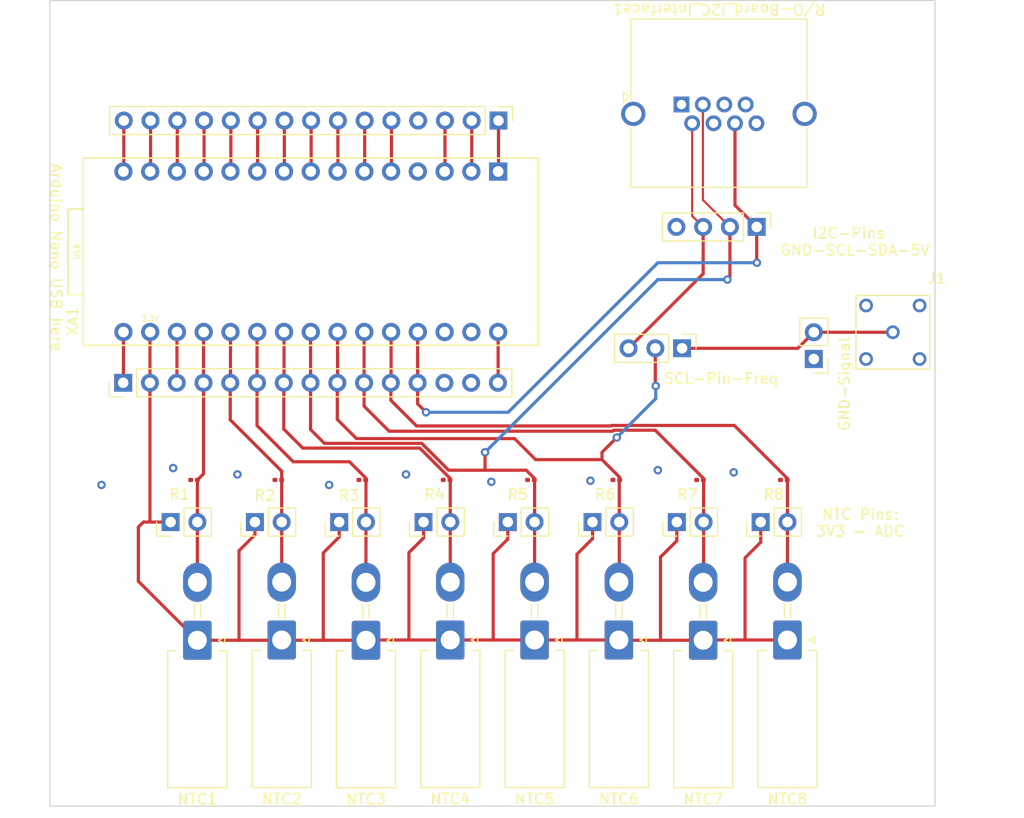
<source format=kicad_pcb>
(kicad_pcb (version 20211014) (generator pcbnew)
  (layers (0 "F.Cu" signal) (31 "B.Cu" signal) (34 "B.Paste" user) (35 "F.Paste" user) (36 "B.SilkS" user "B.Silkscreen") (37 "F.SilkS" user "F.Silkscreen") (38 "B.Mask" user) (39 "F.Mask" user) (44 "Edge.Cuts" user))
  (net 0 "")
  (net 1 "D13")
  (net 2 "3V3_Ard")
  (net 3 "AREF")
  (net 4 "A0")
  (net 5 "A1")
  (net 6 "A2")
  (net 7 "A3")
  (net 8 "A5")
  (net 9 "A6")
  (net 10 "A7")
  (net 11 "5V_Ard")
  (net 12 "GND")
  (net 13 "Vin_Ard")
  (net 14 "TX1")
  (net 15 "RX0")
  (net 16 "RST1")
  (net 17 "D2")
  (net 18 "D3")
  (net 19 "D4")
  (net 20 "D5")
  (net 21 "D6")
  (net 22 "D7")
  (net 23 "D8")
  (net 24 "D9")
  (net 25 "D10")
  (net 26 "D11")
  (net 27 "D12")
  (net 28 "SCL")
  (net 29 "A4")
  (net 30 "Freq")
  (footprint "Connector_RJ:RJ45_Amphenol_RJHSE5380" (layer "F.Cu") (at 149.94 50.875)
    (fp_text reference "R/O-Board_I2C_Interface1" (at 3.56 -9.025 180 unlocked) (layer "F.SilkS"))
    (fp_text value "RJ45")
    (pad "" np_thru_hole circle (at -2.79 -2.54) (size 3.25 3.25) (drill 3.25) (layers *.Cu *.Mask))
    (pad "" np_thru_hole circle (at 9.91 -2.54) (size 3.25 3.25) (drill 3.25) (layers *.Cu *.Mask))
    (pad "1" thru_hole rect (at 0 0) (size 1.5 1.5) (drill 0.89) (layers *.Cu *.Mask) (net 12 "GND"))
    (pad "2" thru_hole circle (at 1.016 1.78) (size 1.5 1.5) (drill 0.89) (layers *.Cu *.Mask) (net 28 "SCL"))
    (pad "3" thru_hole circle (at 2.032 0) (size 1.5 1.5) (drill 0.89) (layers *.Cu *.Mask) (net 29 "A4"))
    (pad "4" thru_hole circle (at 3.048 1.78) (size 1.5 1.5) (drill 0.89) (layers *.Cu *.Mask))
    (pad "5" thru_hole circle (at 4.064 0) (size 1.5 1.5) (drill 0.89) (layers *.Cu *.Mask))
    (pad "6" thru_hole circle (at 5.08 1.78) (size 1.5 1.5) (drill 0.89) (layers *.Cu *.Mask) (net 11 "5V_Ard"))
    (pad "7" thru_hole circle (at 6.096 0) (size 1.5 1.5) (drill 0.89) (layers *.Cu *.Mask))
    (pad "8" thru_hole circle (at 7.112 1.78) (size 1.5 1.5) (drill 0.89) (layers *.Cu *.Mask))
    (pad "SH" thru_hole circle (at 11.69 0.89) (size 2.3 2.3) (drill 1.57) (layers *.Cu *.Mask))
    (pad "SH" thru_hole circle (at -4.57 0.89) (size 2.3 2.3) (drill 1.57) (layers *.Cu *.Mask))
  )
  (footprint "MountingHole:MountingHole_4.3mm_M4" (layer "F.Cu") (at 95 112.5)
    (fp_text reference "REF**" hide)
    (fp_text value "MountingHole_4.3mm_M4")
    (pad "" np_thru_hole circle (at 0 0) (size 4.3 4.3) (drill 4.3) (layers *.Cu *.Mask))
  )
  (footprint "Resistor_SMD:R_0201_0603Metric" (layer "F.Cu") (at 127.655 86.525 180)
    (fp_text reference "R4" (at 1.155 -1.375) (layer "F.SilkS"))
    (fp_text value "10k")
    (pad "1" smd roundrect (at -0.32 0 180) (size 0.46 0.4) (layers "F.Cu" "F.Mask") (net 7 "A3"))
    (pad "2" smd roundrect (at 0.32 0 180) (size 0.46 0.4) (layers "F.Cu" "F.Mask") (net 12 "GND"))
  )
  (footprint "Connector_PinHeader_2.54mm:PinHeader_1x02_P2.54mm_Vertical" (layer "F.Cu") (at 149.5 90.525 90)
    (fp_text reference "NTC6-Pin1" hide)
    (fp_text value "Pin-Header 01x02")
    (pad "1" thru_hole rect (at 0 0 90) (size 1.7 1.7) (drill 1) (layers *.Cu *.Mask) (net 2 "3V3_Ard"))
    (pad "2" thru_hole oval (at 0 2.54 90) (size 1.7 1.7) (drill 1) (layers *.Cu *.Mask) (net 9 "A6"))
  )
  (footprint "Connector_PinHeader_2.54mm:PinHeader_1x03_P2.54mm_Vertical" (layer "F.Cu") (at 150 74.025 -90)
    (fp_text reference "SCL-Pin-Freq" (at 2.875 -3.7 180) (layer "F.SilkS"))
    (fp_text value "Conn_01x03_Male")
    (pad "1" thru_hole rect (at 0 0 270) (size 1.7 1.7) (drill 1) (layers *.Cu *.Mask) (net 30 "Freq"))
    (pad "2" thru_hole oval (at 0 2.54 270) (size 1.7 1.7) (drill 1) (layers *.Cu *.Mask) (net 8 "A5"))
    (pad "3" thru_hole oval (at 0 5.08 270) (size 1.7 1.7) (drill 1) (layers *.Cu *.Mask) (net 28 "SCL"))
  )
  (footprint "Resistor_SMD:R_0201_0603Metric" (layer "F.Cu") (at 119.655 86.525 180)
    (fp_text reference "R3" (at 1.255 -1.475) (layer "F.SilkS"))
    (fp_text value "10k")
    (pad "1" smd roundrect (at -0.32 0 180) (size 0.46 0.4) (layers "F.Cu" "F.Mask") (net 6 "A2"))
    (pad "2" smd roundrect (at 0.32 0 180) (size 0.46 0.4) (layers "F.Cu" "F.Mask") (net 12 "GND"))
  )
  (footprint "Connector_PinHeader_2.54mm:PinHeader_1x04_P2.54mm_Vertical" (layer "F.Cu") (at 157.08 62.5 -90)
    (fp_text reference "I2C-Pins" (at 0.6 -8.72 180) (layer "F.SilkS"))
    (fp_text value "Conn_01x04_Male")
    (pad "1" thru_hole rect (at 0 0 270) (size 1.7 1.7) (drill 1) (layers *.Cu *.Mask) (net 11 "5V_Ard"))
    (pad "2" thru_hole oval (at 0 2.54 270) (size 1.7 1.7) (drill 1) (layers *.Cu *.Mask) (net 29 "A4"))
    (pad "3" thru_hole oval (at 0 5.08 270) (size 1.7 1.7) (drill 1) (layers *.Cu *.Mask) (net 28 "SCL"))
    (pad "4" thru_hole oval (at 0 7.62 270) (size 1.7 1.7) (drill 1) (layers *.Cu *.Mask) (net 12 "GND"))
  )
  (footprint "Connector_PinHeader_2.54mm:PinHeader_1x02_P2.54mm_Vertical" (layer "F.Cu") (at 162.5 75.04 180)
    (fp_text reference "GND-Signal" (at -2.9 -2.36 270) (layer "F.SilkS"))
    (fp_text value "Conn_01x02")
    (pad "1" thru_hole rect (at 0 0 180) (size 1.7 1.7) (drill 1) (layers *.Cu *.Mask) (net 12 "GND"))
    (pad "2" thru_hole oval (at 0 2.54 180) (size 1.7 1.7) (drill 1) (layers *.Cu *.Mask) (net 30 "Freq"))
  )
  (footprint "Connector_PinHeader_2.54mm:PinHeader_1x15_P2.54mm_Vertical" (layer "F.Cu") (at 132.575 52.4 -90)
    (fp_text reference "Topside Pins Arduino" hide)
    (fp_text value "Conn_01x15_Male")
    (pad "1" thru_hole rect (at 0 0 270) (size 1.7 1.7) (drill 1) (layers *.Cu *.Mask) (net 15 "RX0"))
    (pad "2" thru_hole oval (at 0 2.54 270) (size 1.7 1.7) (drill 1) (layers *.Cu *.Mask) (net 14 "TX1"))
    (pad "3" thru_hole oval (at 0 5.08 270) (size 1.7 1.7) (drill 1) (layers *.Cu *.Mask) (net 16 "RST1"))
    (pad "4" thru_hole oval (at 0 7.62 270) (size 1.7 1.7) (drill 1) (layers *.Cu *.Mask) (net 12 "GND"))
    (pad "5" thru_hole oval (at 0 10.16 270) (size 1.7 1.7) (drill 1) (layers *.Cu *.Mask) (net 17 "D2"))
    (pad "6" thru_hole oval (at 0 12.7 270) (size 1.7 1.7) (drill 1) (layers *.Cu *.Mask) (net 18 "D3"))
    (pad "7" thru_hole oval (at 0 15.24 270) (size 1.7 1.7) (drill 1) (layers *.Cu *.Mask) (net 19 "D4"))
    (pad "8" thru_hole oval (at 0 17.78 270) (size 1.7 1.7) (drill 1) (layers *.Cu *.Mask) (net 20 "D5"))
    (pad "9" thru_hole oval (at 0 20.32 270) (size 1.7 1.7) (drill 1) (layers *.Cu *.Mask) (net 21 "D6"))
    (pad "10" thru_hole oval (at 0 22.86 270) (size 1.7 1.7) (drill 1) (layers *.Cu *.Mask) (net 22 "D7"))
    (pad "11" thru_hole oval (at 0 25.4 270) (size 1.7 1.7) (drill 1) (layers *.Cu *.Mask) (net 23 "D8"))
    (pad "12" thru_hole oval (at 0 27.94 270) (size 1.7 1.7) (drill 1) (layers *.Cu *.Mask) (net 24 "D9"))
    (pad "13" thru_hole oval (at 0 30.48 270) (size 1.7 1.7) (drill 1) (layers *.Cu *.Mask) (net 25 "D10"))
    (pad "14" thru_hole oval (at 0 33.02 270) (size 1.7 1.7) (drill 1) (layers *.Cu *.Mask) (net 26 "D11"))
    (pad "15" thru_hole oval (at 0 35.56 270) (size 1.7 1.7) (drill 1) (layers *.Cu *.Mask) (net 27 "D12"))
  )
  (footprint "Resistor_SMD:R_0201_0603Metric" (layer "F.Cu") (at 151.7 86.525 180)
    (fp_text reference "R7" (at 1.2 -1.375) (layer "F.SilkS"))
    (fp_text value "10k")
    (pad "1" smd roundrect (at -0.32 0 180) (size 0.46 0.4) (layers "F.Cu" "F.Mask") (net 9 "A6"))
    (pad "2" smd roundrect (at 0.32 0 180) (size 0.46 0.4) (layers "F.Cu" "F.Mask") (net 12 "GND"))
  )
  (footprint "Resistor_SMD:R_0201_0603Metric" (layer "F.Cu") (at 103.68 86.525 180)
    (fp_text reference "R1" (at 1.38 -1.375) (layer "F.SilkS"))
    (fp_text value "10k")
    (pad "1" smd roundrect (at -0.32 0 180) (size 0.46 0.4) (layers "F.Cu" "F.Mask") (net 4 "A0"))
    (pad "2" smd roundrect (at 0.32 0 180) (size 0.46 0.4) (layers "F.Cu" "F.Mask") (net 12 "GND"))
  )
  (footprint "Connector_Molex:Molex_Mini-Fit_Jr_5569-02A2_2x01_P4.20mm_Horizontal" (layer "F.Cu") (at 144 101.725 180)
    (fp_text reference "NTC6" (at 0 -15.1) (layer "F.SilkS"))
    (fp_text value "Molex01x02")
    (pad "" np_thru_hole circle (at 0 -7.3 180) (size 3 3) (drill 3) (layers *.Cu *.Mask))
    (pad "1" thru_hole roundrect (at 0 0 180) (size 2.7 3.7) (drill 1.8) (layers *.Cu *.Mask) (roundrect_rratio 0.092593) (net 2 "3V3_Ard"))
    (pad "2" thru_hole oval (at 0 5.5 180) (size 2.7 3.7) (drill 1.8) (layers *.Cu *.Mask) (net 8 "A5"))
  )
  (footprint "Resistor_SMD:R_0201_0603Metric" (layer "F.Cu") (at 135.655 86.525 180)
    (fp_text reference "R5" (at 1.255 -1.375) (layer "F.SilkS"))
    (fp_text value "10k")
    (pad "1" smd roundrect (at -0.32 0 180) (size 0.46 0.4) (layers "F.Cu" "F.Mask") (net 29 "A4"))
    (pad "2" smd roundrect (at 0.32 0 180) (size 0.46 0.4) (layers "F.Cu" "F.Mask") (net 12 "GND"))
  )
  (footprint "OwnFootprints:EPL.00.250.NTN" (layer "F.Cu") (at 170 72.5)
    (fp_text reference "J1" (at 4.180225 -5.141435) (layer "F.SilkS") (effects (font (size 1.001252 1.001252))))
    (fp_text value "LEMO2")
    (pad "1" thru_hole circle locked (at 0 0) (size 1.3 1.3) (drill 0.8) (layers *.Cu *.Mask) (net 30 "Freq"))
    (pad "S1" thru_hole circle locked (at -2.54 -2.54) (size 1.3 1.3) (drill 0.8) (layers *.Cu *.Mask) (net 12 "GND"))
    (pad "S2" thru_hole circle locked (at -2.54 2.54) (size 1.3 1.3) (drill 0.8) (layers *.Cu *.Mask) (net 12 "GND"))
    (pad "S3" thru_hole circle locked (at 2.54 2.54) (size 1.3 1.3) (drill 0.8) (layers *.Cu *.Mask) (net 12 "GND"))
    (pad "S4" thru_hole circle locked (at 2.54 -2.54) (size 1.3 1.3) (drill 0.8) (layers *.Cu *.Mask) (net 12 "GND"))
  )
  (footprint "Connector_PinHeader_2.54mm:PinHeader_1x02_P2.54mm_Vertical" (layer "F.Cu") (at 157.46 90.525 90)
    (fp_text reference "NTC7-Pin1" hide)
    (fp_text value "Pin-Header 01x02")
    (pad "1" thru_hole rect (at 0 0 90) (size 1.7 1.7) (drill 1) (layers *.Cu *.Mask) (net 2 "3V3_Ard"))
    (pad "2" thru_hole oval (at 0 2.54 90) (size 1.7 1.7) (drill 1) (layers *.Cu *.Mask) (net 10 "A7"))
  )
  (footprint "Shields:Arduino_Nano_Socket" (layer "F.Cu") (at 93.172 64.856 -90)
    (fp_text reference "XA1" (at 6.604 1.016 90) (layer "F.SilkS"))
    (fp_text value "Arduino_Nano_Socket")
    (fp_text user "3.3V" (at 6.35 -6.35) (layer "F.SilkS") (effects (font (size 0.5 0.5) (thickness 0.075))))
    (fp_text user "USB" (at 0 0.635 90) (layer "F.SilkS") (effects (font (size 0.5 0.5) (thickness 0.075))))
    (pad "" np_thru_hole circle locked (at -7.62 -1.27 270) (size 1.85 1.85) (drill 1.85) (layers *.Cu *.Mask))
    (pad "" np_thru_hole circle locked (at -7.62 -41.91 270) (size 1.85 1.85) (drill 1.85) (layers *.Cu *.Mask))
    (pad "" np_thru_hole circle locked (at 7.62 -41.91 270) (size 1.85 1.85) (drill 1.85) (layers *.Cu *.Mask))
    (pad "" np_thru_hole circle locked (at 7.62 -1.27 270) (size 1.85 1.85) (drill 1.85) (layers *.Cu *.Mask))
    (pad "3V3" thru_hole circle locked (at 7.62 -6.35 270) (size 1.7272 1.7272) (drill 1.016) (layers *.Cu *.Mask) (net 2 "3V3_Ard"))
    (pad "5V" thru_hole circle locked (at 7.62 -31.75 270) (size 1.7272 1.7272) (drill 1.016) (layers *.Cu *.Mask) (net 11 "5V_Ard"))
    (pad "A0" thru_hole circle locked (at 7.62 -11.43 270) (size 1.7272 1.7272) (drill 1.016) (layers *.Cu *.Mask) (net 4 "A0"))
    (pad "A1" thru_hole circle locked (at 7.62 -13.97 270) (size 1.7272 1.7272) (drill 1.016) (layers *.Cu *.Mask) (net 5 "A1"))
    (pad "A2" thru_hole circle locked (at 7.62 -16.51 270) (size 1.7272 1.7272) (drill 1.016) (layers *.Cu *.Mask) (net 6 "A2"))
    (pad "A3" thru_hole circle locked (at 7.62 -19.05 270) (size 1.7272 1.7272) (drill 1.016) (layers *.Cu *.Mask) (net 7 "A3"))
    (pad "A4" thru_hole circle locked (at 7.62 -21.59 270) (size 1.7272 1.7272) (drill 1.016) (layers *.Cu *.Mask) (net 29 "A4"))
    (pad "A5" thru_hole circle locked (at 7.62 -24.13 270) (size 1.7272 1.7272) (drill 1.016) (layers *.Cu *.Mask) (net 8 "A5"))
    (pad "A6" thru_hole circle locked (at 7.62 -26.67 270) (size 1.7272 1.7272) (drill 1.016) (layers *.Cu *.Mask) (net 9 "A6"))
    (pad "A7" thru_hole circle locked (at 7.62 -29.21 270) (size 1.7272 1.7272) (drill 1.016) (layers *.Cu *.Mask) (net 10 "A7"))
    (pad "AREF" thru_hole circle locked (at 7.62 -8.89 270) (size 1.7272 1.7272) (drill 1.016) (layers *.Cu *.Mask) (net 3 "AREF"))
    (pad "D0" thru_hole circle locked (at -7.62 -36.83 270) (size 1.7272 1.7272) (drill 1.016) (layers *.Cu *.Mask) (net 14 "TX1"))
    (pad "D1" thru_hole rect locked (at -7.62 -39.37 270) (size 1.7272 1.7272) (drill 1.016) (layers *.Cu *.Mask) (net 15 "RX0"))
    (pad "D2" thru_hole circle locked (at -7.62 -29.21 270) (size 1.7272 1.7272) (drill 1.016) (layers *.Cu *.Mask) (net 17 "D2"))
    (pad "D3" thru_hole circle locked (at -7.62 -26.67 270) (size 1.7272 1.7272) (drill 1.016) (layers *.Cu *.Mask) (net 18 "D3"))
    (pad "D4" thru_hole circle locked (at -7.62 -24.13 270) (size 1.7272 1.7272) (drill 1.016) (layers *.Cu *.Mask) (net 19 "D4"))
    (pad "D5" thru_hole circle locked (at -7.62 -21.59 270) (size 1.7272 1.7272) (drill 1.016) (layers *.Cu *.Mask) (net 20 "D5"))
    (pad "D6" thru_hole circle locked (at -7.62 -19.05 270) (size 1.7272 1.7272) (drill 1.016) (layers *.Cu *.Mask) (net 21 "D6"))
    (pad "D7" thru_hole circle locked (at -7.62 -16.51 270) (size 1.7272 1.7272) (drill 1.016) (layers *.Cu *.Mask) (net 22 "D7"))
    (pad "D8" thru_hole circle locked (at -7.62 -13.97 270) (size 1.7272 1.7272) (drill 1.016) (layers *.Cu *.Mask) (net 23 "D8"))
    (pad "D9" thru_hole circle locked (at -7.62 -11.43 270) (size 1.7272 1.7272) (drill 1.016) (layers *.Cu *.Mask) (net 24 "D9"))
    (pad "D10" thru_hole circle locked (at -7.62 -8.89 270) (size 1.7272 1.7272) (drill 1.016) (layers *.Cu *.Mask) (net 25 "D10"))
    (pad "D11" thru_hole circle locked (at -7.62 -6.35 270) (size 1.7272 1.7272) (drill 1.016) (layers *.Cu *.Mask) (net 26 "D11"))
    (pad "D12" thru_hole circle locked (at -7.62 -3.81 270) (size 1.7272 1.7272) (drill 1.016) (layers *.Cu *.Mask) (net 27 "D12"))
    (pad "D13" thru_hole circle locked (at 7.62 -3.81 270) (size 1.7272 1.7272) (drill 1.016) (layers *.Cu *.Mask) (net 1 "D13"))
    (pad "GND1" thru_hole circle locked (at -7.62 -31.75 270) (size 1.7272 1.7272) (drill 1.016) (layers *.Cu *.Mask) (net 12 "GND"))
    (pad "GND2" thru_hole circle locked (at 7.62 -36.83 270) (size 1.7272 1.7272) (drill 1.016) (layers *.Cu *.Mask) (net 12 "GND"))
    (pad "RST1" thru_hole circle locked (at -7.62 -34.29 270) (size 1.7272 1.7272) (drill 1.016) (layers *.Cu *.Mask) (net 16 "RST1"))
    (pad "RST2" thru_hole circle locked (at 7.62 -34.29 270) (size 1.7272 1.7272) (drill 1.016) (layers *.Cu *.Mask))
    (pad "VIN" thru_hole circle locked (at 7.62 -39.37 270) (size 1.7272 1.7272) (drill 1.016) (layers *.Cu *.Mask) (net 13 "Vin_Ard"))
  )
  (footprint "Connector_Molex:Molex_Mini-Fit_Jr_5569-02A2_2x01_P4.20mm_Horizontal" (layer "F.Cu") (at 104 101.75 180)
    (fp_text reference "NTC1" (at 0 -15.1) (layer "F.SilkS"))
    (fp_text value "Molex01x02")
    (pad "" np_thru_hole circle (at 0 -7.3 180) (size 3 3) (drill 3) (layers *.Cu *.Mask))
    (pad "1" thru_hole roundrect (at 0 0 180) (size 2.7 3.7) (drill 1.8) (layers *.Cu *.Mask) (roundrect_rratio 0.092593) (net 2 "3V3_Ard"))
    (pad "2" thru_hole oval (at 0 5.5 180) (size 2.7 3.7) (drill 1.8) (layers *.Cu *.Mask) (net 4 "A0"))
  )
  (footprint "MountingHole:MountingHole_4.3mm_M4" (layer "F.Cu") (at 94.75 45.75)
    (fp_text reference "REF**" hide)
    (fp_text value "MountingHole_4.3mm_M4")
    (pad "" np_thru_hole circle (at 0 0) (size 4.3 4.3) (drill 4.3) (layers *.Cu *.Mask))
  )
  (footprint "Connector_PinHeader_2.54mm:PinHeader_1x02_P2.54mm_Vertical" (layer "F.Cu") (at 125.46 90.525 90)
    (fp_text reference "NTC3-Pin1" hide)
    (fp_text value "Pin-Header 01x02")
    (pad "1" thru_hole rect (at 0 0 90) (size 1.7 1.7) (drill 1) (layers *.Cu *.Mask) (net 2 "3V3_Ard"))
    (pad "2" thru_hole oval (at 0 2.54 90) (size 1.7 1.7) (drill 1) (layers *.Cu *.Mask) (net 7 "A3"))
  )
  (footprint "Connector_Molex:Molex_Mini-Fit_Jr_5569-02A2_2x01_P4.20mm_Horizontal" (layer "F.Cu") (at 152 101.75 180)
    (fp_text reference "NTC7" (at 0 -15.1) (layer "F.SilkS"))
    (fp_text value "Molex01x02")
    (pad "" np_thru_hole circle (at 0 -7.3 180) (size 3 3) (drill 3) (layers *.Cu *.Mask))
    (pad "1" thru_hole roundrect (at 0 0 180) (size 2.7 3.7) (drill 1.8) (layers *.Cu *.Mask) (roundrect_rratio 0.092593) (net 2 "3V3_Ard"))
    (pad "2" thru_hole oval (at 0 5.5 180) (size 2.7 3.7) (drill 1.8) (layers *.Cu *.Mask) (net 9 "A6"))
  )
  (footprint "MountingHole:MountingHole_4.3mm_M4" (layer "F.Cu") (at 169.25 45.75)
    (fp_text reference "REF**" hide)
    (fp_text value "MountingHole_4.3mm_M4")
    (pad "" np_thru_hole circle (at 0 0) (size 4.3 4.3) (drill 4.3) (layers *.Cu *.Mask))
  )
  (footprint "MountingHole:MountingHole_4.3mm_M4" (layer "F.Cu") (at 169 112.5)
    (fp_text reference "REF**" hide)
    (fp_text value "MountingHole_4.3mm_M4")
    (pad "" np_thru_hole circle (at 0 0) (size 4.3 4.3) (drill 4.3) (layers *.Cu *.Mask))
  )
  (footprint "Resistor_SMD:R_0201_0603Metric" (layer "F.Cu") (at 111.68 86.525 180)
    (fp_text reference "R2" (at 1.28 -1.475) (layer "F.SilkS"))
    (fp_text value "10k")
    (pad "1" smd roundrect (at -0.32 0 180) (size 0.46 0.4) (layers "F.Cu" "F.Mask") (net 5 "A1"))
    (pad "2" smd roundrect (at 0.32 0 180) (size 0.46 0.4) (layers "F.Cu" "F.Mask") (net 12 "GND"))
  )
  (footprint "Connector_Molex:Molex_Mini-Fit_Jr_5569-02A2_2x01_P4.20mm_Horizontal" (layer "F.Cu") (at 136 101.725 180)
    (fp_text reference "NTC5" (at 0 -15.1) (layer "F.SilkS"))
    (fp_text value "Molex01x02")
    (pad "" np_thru_hole circle (at 0 -7.3 180) (size 3 3) (drill 3) (layers *.Cu *.Mask))
    (pad "1" thru_hole roundrect (at 0 0 180) (size 2.7 3.7) (drill 1.8) (layers *.Cu *.Mask) (roundrect_rratio 0.092593) (net 2 "3V3_Ard"))
    (pad "2" thru_hole oval (at 0 5.5 180) (size 2.7 3.7) (drill 1.8) (layers *.Cu *.Mask) (net 29 "A4"))
  )
  (footprint "Connector_Molex:Molex_Mini-Fit_Jr_5569-02A2_2x01_P4.20mm_Horizontal" (layer "F.Cu") (at 120 101.75 180)
    (fp_text reference "NTC3" (at 0 -15.1) (layer "F.SilkS"))
    (fp_text value "Molex01x02")
    (pad "" np_thru_hole circle (at 0 -7.3 180) (size 3 3) (drill 3) (layers *.Cu *.Mask))
    (pad "1" thru_hole roundrect (at 0 0 180) (size 2.7 3.7) (drill 1.8) (layers *.Cu *.Mask) (roundrect_rratio 0.092593) (net 2 "3V3_Ard"))
    (pad "2" thru_hole oval (at 0 5.5 180) (size 2.7 3.7) (drill 1.8) (layers *.Cu *.Mask) (net 6 "A2"))
  )
  (footprint "Connector_Molex:Molex_Mini-Fit_Jr_5569-02A2_2x01_P4.20mm_Horizontal" (layer "F.Cu") (at 128 101.725 180)
    (fp_text reference "NTC4" (at 0 -15.1) (layer "F.SilkS"))
    (fp_text value "Molex01x02")
    (pad "" np_thru_hole circle (at 0 -7.3 180) (size 3 3) (drill 3) (layers *.Cu *.Mask))
    (pad "1" thru_hole roundrect (at 0 0 180) (size 2.7 3.7) (drill 1.8) (layers *.Cu *.Mask) (roundrect_rratio 0.092593) (net 2 "3V3_Ard"))
    (pad "2" thru_hole oval (at 0 5.5 180) (size 2.7 3.7) (drill 1.8) (layers *.Cu *.Mask) (net 7 "A3"))
  )
  (footprint "Connector_Molex:Molex_Mini-Fit_Jr_5569-02A2_2x01_P4.20mm_Horizontal" (layer "F.Cu") (at 160 101.725 180)
    (fp_text reference "NTC8" (at 0 -15.1) (layer "F.SilkS"))
    (fp_text value "Molex01x02")
    (pad "" np_thru_hole circle (at 0 -7.3 180) (size 3 3) (drill 3) (layers *.Cu *.Mask))
    (pad "1" thru_hole roundrect (at 0 0 180) (size 2.7 3.7) (drill 1.8) (layers *.Cu *.Mask) (roundrect_rratio 0.092593) (net 2 "3V3_Ard"))
    (pad "2" thru_hole oval (at 0 5.5 180) (size 2.7 3.7) (drill 1.8) (layers *.Cu *.Mask) (net 10 "A7"))
  )
  (footprint "Connector_Molex:Molex_Mini-Fit_Jr_5569-02A2_2x01_P4.20mm_Horizontal" (layer "F.Cu") (at 112 101.725 180)
    (fp_text reference "NTC2" (at 0 -15.1) (layer "F.SilkS"))
    (fp_text value "Molex01x02")
    (pad "" np_thru_hole circle (at 0 -7.3 180) (size 3 3) (drill 3) (layers *.Cu *.Mask))
    (pad "1" thru_hole roundrect (at 0 0 180) (size 2.7 3.7) (drill 1.8) (layers *.Cu *.Mask) (roundrect_rratio 0.092593) (net 2 "3V3_Ard"))
    (pad "2" thru_hole oval (at 0 5.5 180) (size 2.7 3.7) (drill 1.8) (layers *.Cu *.Mask) (net 5 "A1"))
  )
  (footprint "Resistor_SMD:R_0201_0603Metric" (layer "F.Cu") (at 143.755 86.525 180)
    (fp_text reference "R6" (at 1.055 -1.375) (layer "F.SilkS"))
    (fp_text value "10k")
    (pad "1" smd roundrect (at -0.32 0 180) (size 0.46 0.4) (layers "F.Cu" "F.Mask") (net 8 "A5"))
    (pad "2" smd roundrect (at 0.32 0 180) (size 0.46 0.4) (layers "F.Cu" "F.Mask") (net 12 "GND"))
  )
  (footprint "Connector_PinHeader_2.54mm:PinHeader_1x02_P2.54mm_Vertical" (layer "F.Cu") (at 141.5 90.525 90)
    (fp_text reference "NTC5-Pin1" hide)
    (fp_text value "Pin-Header 01x02")
    (pad "1" thru_hole rect (at 0 0 90) (size 1.7 1.7) (drill 1) (layers *.Cu *.Mask) (net 2 "3V3_Ard"))
    (pad "2" thru_hole oval (at 0 2.54 90) (size 1.7 1.7) (drill 1) (layers *.Cu *.Mask) (net 8 "A5"))
  )
  (footprint "Connector_PinHeader_2.54mm:PinHeader_1x02_P2.54mm_Vertical" (layer "F.Cu") (at 101.46 90.525 90)
    (fp_text reference "NTC0-Pin1" hide)
    (fp_text value "Pin-Header 01x02")
    (pad "1" thru_hole rect (at 0 0 90) (size 1.7 1.7) (drill 1) (layers *.Cu *.Mask) (net 2 "3V3_Ard"))
    (pad "2" thru_hole oval (at 0 2.54 90) (size 1.7 1.7) (drill 1) (layers *.Cu *.Mask) (net 4 "A0"))
  )
  (footprint "Resistor_SMD:R_0201_0603Metric" (layer "F.Cu") (at 159.655 86.525 180)
    (fp_text reference "R8" (at 0.955 -1.375) (layer "F.SilkS"))
    (fp_text value "10k")
    (pad "1" smd roundrect (at -0.32 0 180) (size 0.46 0.4) (layers "F.Cu" "F.Mask") (net 10 "A7"))
    (pad "2" smd roundrect (at 0.32 0 180) (size 0.46 0.4) (layers "F.Cu" "F.Mask") (net 12 "GND"))
  )
  (footprint "Connector_PinHeader_2.54mm:PinHeader_1x02_P2.54mm_Vertical" (layer "F.Cu") (at 133.46 90.525 90)
    (fp_text reference "NTC4-Pin1" hide)
    (fp_text value "Pin-Header 01x02")
    (pad "1" thru_hole rect (at 0 0 90) (size 1.7 1.7) (drill 1) (layers *.Cu *.Mask) (net 2 "3V3_Ard"))
    (pad "2" thru_hole oval (at 0 2.54 90) (size 1.7 1.7) (drill 1) (layers *.Cu *.Mask) (net 29 "A4"))
  )
  (footprint "Connector_PinHeader_2.54mm:PinHeader_1x02_P2.54mm_Vertical" (layer "F.Cu") (at 109.46 90.525 90)
    (fp_text reference "NTC1-Pin1" hide)
    (fp_text value "Pin-Header 01x02")
    (pad "1" thru_hole rect (at 0 0 90) (size 1.7 1.7) (drill 1) (layers *.Cu *.Mask) (net 2 "3V3_Ard"))
    (pad "2" thru_hole oval (at 0 2.54 90) (size 1.7 1.7) (drill 1) (layers *.Cu *.Mask) (net 5 "A1"))
  )
  (footprint "Connector_PinHeader_2.54mm:PinHeader_1x15_P2.54mm_Vertical" (layer "F.Cu") (at 96.96 77.3 90)
    (fp_text reference "BottomsidePins Arduino" hide)
    (fp_text value "01x15_Male")
    (pad "1" thru_hole rect (at 0 0 90) (size 1.7 1.7) (drill 1) (layers *.Cu *.Mask) (net 1 "D13"))
    (pad "2" thru_hole oval (at 0 2.54 90) (size 1.7 1.7) (drill 1) (layers *.Cu *.Mask) (net 2 "3V3_Ard"))
    (pad "3" thru_hole oval (at 0 5.08 90) (size 1.7 1.7) (drill 1) (layers *.Cu *.Mask) (net 3 "AREF"))
    (pad "4" thru_hole oval (at 0 7.62 90) (size 1.7 1.7) (drill 1) (layers *.Cu *.Mask) (net 4 "A0"))
    (pad "5" thru_hole oval (at 0 10.16 90) (size 1.7 1.7) (drill 1) (layers *.Cu *.Mask) (net 5 "A1"))
    (pad "6" thru_hole oval (at 0 12.7 90) (size 1.7 1.7) (drill 1) (layers *.Cu *.Mask) (net 6 "A2"))
    (pad "7" thru_hole oval (at 0 15.24 90) (size 1.7 1.7) (drill 1) (layers *.Cu *.Mask) (net 7 "A3"))
    (pad "8" thru_hole oval (at 0 17.78 90) (size 1.7 1.7) (drill 1) (layers *.Cu *.Mask) (net 29 "A4"))
    (pad "9" thru_hole oval (at 0 20.32 90) (size 1.7 1.7) (drill 1) (layers *.Cu *.Mask) (net 8 "A5"))
    (pad "10" thru_hole oval (at 0 22.86 90) (size 1.7 1.7) (drill 1) (layers *.Cu *.Mask) (net 9 "A6"))
    (pad "11" thru_hole oval (at 0 25.4 90) (size 1.7 1.7) (drill 1) (layers *.Cu *.Mask) (net 10 "A7"))
    (pad "12" thru_hole oval (at 0 27.94 90) (size 1.7 1.7) (drill 1) (layers *.Cu *.Mask) (net 11 "5V_Ard"))
    (pad "13" thru_hole oval (at 0 30.48 90) (size 1.7 1.7) (drill 1) (layers *.Cu *.Mask))
    (pad "14" thru_hole oval (at 0 33.02 90) (size 1.7 1.7) (drill 1) (layers *.Cu *.Mask) (net 12 "GND"))
    (pad "15" thru_hole oval (at 0 35.56 90) (size 1.7 1.7) (drill 1) (layers *.Cu *.Mask) (net 13 "Vin_Ard"))
  )
  (footprint "Connector_PinHeader_2.54mm:PinHeader_1x02_P2.54mm_Vertical" (layer "F.Cu") (at 117.46 90.525 90)
    (fp_text reference "NTC2-Pin1" hide)
    (fp_text value "Pin-Header 01x02")
    (pad "1" thru_hole rect (at 0 0 90) (size 1.7 1.7) (drill 1) (layers *.Cu *.Mask) (net 2 "3V3_Ard"))
    (pad "2" thru_hole oval (at 0 2.54 90) (size 1.7 1.7) (drill 1) (layers *.Cu *.Mask) (net 6 "A2"))
  )
  (gr_line (start 90 117.5) (end 90 41) (layer "Edge.Cuts") (width 0.1))
  (gr_line (start 174 117.5) (end 90 117.5) (layer "Edge.Cuts") (width 0.1))
  (gr_line (start 90 41) (end 174 41) (layer "Edge.Cuts") (width 0.1))
  (gr_line (start 174 41) (end 174 117.5) (layer "Edge.Cuts") (width 0.1))
  (gr_text "GND-SCL-SDA-5V" (at 166.4 64.7) (layer "F.SilkS") (effects (font (size 1 1))))
  (gr_text "NTC Pins:\n3V3 - ADC" (at 166.9 90.6) (layer "F.SilkS") (effects (font (size 1 1))))
  (gr_text "Arduino Nano USB here" (at 90.6 65.4 270) (layer "F.SilkS") (effects (font (size 1 1))))
  (segment (start 96.982 72.476) (end 96.982 77.278) (width 0.3) (layer "F.Cu") (net 1))
  (segment (start 96.982 77.278) (end 96.96 77.3) (width 0.3) (layer "F.Cu") (net 1))
  (segment (start 141.5 92.1) (end 141.5 90.525) (width 0.3) (layer "F.Cu") (net 2))
  (segment (start 107.95 101.75) (end 104 101.75) (width 0.3) (layer "F.Cu") (net 2))
  (segment (start 117.46 91.94) (end 117.46 90.525) (width 0.3) (layer "F.Cu") (net 2))
  (segment (start 147.95 93.85) (end 149.5 92.3) (width 0.3) (layer "F.Cu") (net 2))
  (segment (start 98.4 91) (end 98.4 96.15) (width 0.3) (layer "F.Cu") (net 2))
  (segment (start 140.025 101.725) (end 140.025 93.575) (width 0.3) (layer "F.Cu") (net 2))
  (segment (start 140.025 93.575) (end 141.5 92.1) (width 0.3) (layer "F.Cu") (net 2))
  (segment (start 124.075 101.725) (end 120.025 101.725) (width 0.3) (layer "F.Cu") (net 2))
  (segment (start 132.075 101.725) (end 128 101.725) (width 0.3) (layer "F.Cu") (net 2))
  (segment (start 115.95 101.75) (end 107.95 101.75) (width 0.3) (layer "F.Cu") (net 2))
  (segment (start 128 101.725) (end 124.075 101.725) (width 0.3) (layer "F.Cu") (net 2))
  (segment (start 115.95 93.45) (end 117.46 91.94) (width 0.3) (layer "F.Cu") (net 2))
  (segment (start 120 101.75) (end 115.95 101.75) (width 0.3) (layer "F.Cu") (net 2))
  (segment (start 133.46 92.14) (end 133.46 90.525) (width 0.3) (layer "F.Cu") (net 2))
  (segment (start 99.5 72.498) (end 99.522 72.476) (width 0.3) (layer "F.Cu") (net 2))
  (segment (start 107.95 101.75) (end 107.95 93.25) (width 0.3) (layer "F.Cu") (net 2))
  (segment (start 99.5 90.45) (end 99.575 90.525) (width 0.3) (layer "F.Cu") (net 2))
  (segment (start 107.95 93.25) (end 109.46 91.74) (width 0.3) (layer "F.Cu") (net 2))
  (segment (start 125.46 92.04) (end 124.075 93.425) (width 0.3) (layer "F.Cu") (net 2))
  (segment (start 101.46 90.525) (end 99.575 90.525) (width 0.3) (layer "F.Cu") (net 2))
  (segment (start 115.95 101.75) (end 115.95 93.45) (width 0.3) (layer "F.Cu") (net 2))
  (segment (start 152.025 101.725) (end 152 101.75) (width 0.3) (layer "F.Cu") (net 2))
  (segment (start 155.975 93.925) (end 157.46 92.44) (width 0.3) (layer "F.Cu") (net 2))
  (segment (start 144 101.725) (end 140.025 101.725) (width 0.3) (layer "F.Cu") (net 2))
  (segment (start 99.575 90.525) (end 98.875 90.525) (width 0.3) (layer "F.Cu") (net 2))
  (segment (start 140.025 101.725) (end 136 101.725) (width 0.3) (layer "F.Cu") (net 2))
  (segment (start 132.075 101.725) (end 132.075 93.525) (width 0.3) (layer "F.Cu") (net 2))
  (segment (start 160 101.725) (end 155.975 101.725) (width 0.3) (layer "F.Cu") (net 2))
  (segment (start 125.46 90.525) (end 125.46 92.04) (width 0.3) (layer "F.Cu") (net 2))
  (segment (start 155.975 101.725) (end 152.025 101.725) (width 0.3) (layer "F.Cu") (net 2))
  (segment (start 136 101.725) (end 132.075 101.725) (width 0.3) (layer "F.Cu") (net 2))
  (segment (start 132.075 93.525) (end 133.46 92.14) (width 0.3) (layer "F.Cu") (net 2))
  (segment (start 98.875 90.525) (end 98.4 91) (width 0.3) (layer "F.Cu") (net 2))
  (segment (start 99.5 77.3) (end 99.5 72.498) (width 0.3) (layer "F.Cu") (net 2))
  (segment (start 157.46 92.44) (end 157.46 90.525) (width 0.3) (layer "F.Cu") (net 2))
  (segment (start 147.95 101.75) (end 144.025 101.75) (width 0.3) (layer "F.Cu") (net 2))
  (segment (start 99.5 77.3) (end 99.5 90.45) (width 0.3) (layer "F.Cu") (net 2))
  (segment (start 98.4 96.15) (end 104 101.75) (width 0.3) (layer "F.Cu") (net 2))
  (segment (start 155.975 101.725) (end 155.975 93.925) (width 0.3) (layer "F.Cu") (net 2))
  (segment (start 144.025 101.75) (end 144 101.725) (width 0.3) (layer "F.Cu") (net 2))
  (segment (start 147.95 101.75) (end 147.95 93.85) (width 0.3) (layer "F.Cu") (net 2))
  (segment (start 120.025 101.725) (end 120 101.75) (width 0.3) (layer "F.Cu") (net 2))
  (segment (start 152 101.75) (end 147.95 101.75) (width 0.3) (layer "F.Cu") (net 2))
  (segment (start 124.075 93.425) (end 124.075 101.725) (width 0.3) (layer "F.Cu") (net 2))
  (segment (start 109.46 91.74) (end 109.46 90.525) (width 0.3) (layer "F.Cu") (net 2))
  (segment (start 149.5 92.3) (end 149.5 90.525) (width 0.3) (layer "F.Cu") (net 2))
  (segment (start 102.062 77.278) (end 102.04 77.3) (width 0.3) (layer "F.Cu") (net 3))
  (segment (start 102.062 72.476) (end 102.062 77.278) (width 0.3) (layer "F.Cu") (net 3))
  (segment (start 104 86.525) (end 104 90.525) (width 0.3) (layer "F.Cu") (net 4))
  (segment (start 104.58 72.498) (end 104.602 72.476) (width 0.3) (layer "F.Cu") (net 4))
  (segment (start 104 90.525) (end 104 96.25) (width 0.3) (layer "F.Cu") (net 4))
  (segment (start 104.58 77.3) (end 104.58 72.498) (width 0.3) (layer "F.Cu") (net 4))
  (segment (start 104 86.525) (end 104.58 85.945) (width 0.3) (layer "F.Cu") (net 4))
  (segment (start 104.58 85.945) (end 104.58 77.3) (width 0.3) (layer "F.Cu") (net 4))
  (segment (start 112 85.7) (end 112 86.525) (width 0.3) (layer "F.Cu") (net 5))
  (segment (start 107.12 80.82) (end 112 85.7) (width 0.3) (layer "F.Cu") (net 5))
  (segment (start 112 86.525) (end 112 90.525) (width 0.3) (layer "F.Cu") (net 5))
  (segment (start 107.12 77.3) (end 107.12 80.82) (width 0.3) (layer "F.Cu") (net 5))
  (segment (start 107.142 72.476) (end 107.142 77.278) (width 0.3) (layer "F.Cu") (net 5))
  (segment (start 112 90.525) (end 112 96.225) (width 0.3) (layer "F.Cu") (net 5))
  (segment (start 107.142 77.278) (end 107.12 77.3) (width 0.3) (layer "F.Cu") (net 5))
  (segment (start 120 90.525) (end 120 96.25) (width 0.3) (layer "F.Cu") (net 6))
  (segment (start 118.439022 84.8) (end 113.1 84.8) (width 0.3) (layer "F.Cu") (net 6))
  (segment (start 120 86.55) (end 120 90.525) (width 0.3) (layer "F.Cu") (net 6))
  (segment (start 109.66 72.498) (end 109.682 72.476) (width 0.3) (layer "F.Cu") (net 6))
  (segment (start 113.1 84.8) (end 109.66 81.36) (width 0.3) (layer "F.Cu") (net 6))
  (segment (start 109.66 77.3) (end 109.66 72.498) (width 0.3) (layer "F.Cu") (net 6))
  (segment (start 119.975 86.525) (end 119.975 86.335978) (width 0.3) (layer "F.Cu") (net 6))
  (segment (start 119.975 86.525) (end 120 86.55) (width 0.3) (layer "F.Cu") (net 6))
  (segment (start 119.975 86.335978) (end 118.439022 84.8) (width 0.3) (layer "F.Cu") (net 6))
  (segment (start 109.66 81.36) (end 109.66 77.3) (width 0.3) (layer "F.Cu") (net 6))
  (segment (start 127.975 86.369994) (end 127.975 86.525) (width 0.3) (layer "F.Cu") (net 7))
  (segment (start 112.222 72.476) (end 112.222 77.278) (width 0.3) (layer "F.Cu") (net 7))
  (segment (start 112.2 81.7) (end 114 83.5) (width 0.3) (layer "F.Cu") (net 7))
  (segment (start 112.2 77.3) (end 112.2 81.7) (width 0.3) (layer "F.Cu") (net 7))
  (segment (start 128 86.55) (end 128 90.525) (width 0.3) (layer "F.Cu") (net 7))
  (segment (start 128 90.525) (end 128 96.225) (width 0.3) (layer "F.Cu") (net 7))
  (segment (start 125.105006 83.5) (end 127.975 86.369994) (width 0.3) (layer "F.Cu") (net 7))
  (segment (start 114 83.5) (end 125.105006 83.5) (width 0.3) (layer "F.Cu") (net 7))
  (segment (start 112.222 77.278) (end 112.2 77.3) (width 0.3) (layer "F.Cu") (net 7))
  (segment (start 127.975 86.525) (end 128 86.55) (width 0.3) (layer "F.Cu") (net 7))
  (segment (start 142.4 83.9) (end 143.8 82.5) (width 0.3) (layer "F.Cu") (net 8))
  (segment (start 144.075 86.525) (end 144.04 86.56) (width 0.3) (layer "F.Cu") (net 8))
  (segment (start 142.4 84.6) (end 142.4 83.9) (width 0.3) (layer "F.Cu") (net 8))
  (segment (start 147.46 77.56) (end 147.46 74.025) (width 0.3) (layer "F.Cu") (net 8))
  (segment (start 147.5 77.6) (end 147.46 77.56) (width 0.3) (layer "F.Cu") (net 8))
  (segment (start 144.04 96.185) (end 144 96.225) (width 0.3) (layer "F.Cu") (net 8))
  (segment (start 144.04 86.56) (end 144.04 90.525) (width 0.3) (layer "F.Cu") (net 8))
  (segment (start 142.4 84.6) (end 144.075 86.275) (width 0.3) (layer "F.Cu") (net 8))
  (segment (start 119.1 82.6) (end 134.1 82.6) (width 0.3) (layer "F.Cu") (net 8))
  (segment (start 144.04 90.525) (end 144.04 96.185) (width 0.3) (layer "F.Cu") (net 8))
  (segment (start 117.302 77.278) (end 117.28 77.3) (width 0.3) (layer "F.Cu") (net 8))
  (segment (start 136.1 84.6) (end 142.4 84.6) (width 0.3) (layer "F.Cu") (net 8))
  (segment (start 117.28 80.78) (end 119.1 82.6) (width 0.3) (layer "F.Cu") (net 8))
  (segment (start 134.1 82.6) (end 136.1 84.6) (width 0.3) (layer "F.Cu") (net 8))
  (segment (start 144.075 86.275) (end 144.075 86.525) (width 0.3) (layer "F.Cu") (net 8))
  (segment (start 117.28 77.3) (end 117.28 80.78) (width 0.3) (layer "F.Cu") (net 8))
  (segment (start 117.302 72.476) (end 117.302 77.278) (width 0.3) (layer "F.Cu") (net 8))
  (via (at 147.5 77.6) (size 0.8) (drill 0.4) (layers "F.Cu" "B.Cu") (net 8))
  (via (at 143.8 82.5) (size 0.8) (drill 0.4) (layers "F.Cu" "B.Cu") (net 8))
  (segment (start 143.8 82.5) (end 147.5 78.8) (width 0.3) (layer "B.Cu") (net 8))
  (segment (start 147.5 78.8) (end 147.5 77.6) (width 0.3) (layer "B.Cu") (net 8))
  (segment (start 143.410741 81.9) (end 143.510252 81.800489) (width 0.3) (layer "F.Cu") (net 9))
  (segment (start 152.02 86.37) (end 152.02 86.525) (width 0.3) (layer "F.Cu") (net 9))
  (segment (start 152.02 86.525) (end 152.04 86.545) (width 0.3) (layer "F.Cu") (net 9))
  (segment (start 152.04 86.545) (end 152.04 90.525) (width 0.3) (layer "F.Cu") (net 9))
  (segment (start 119.82 77.3) (end 119.82 79.52) (width 0.3) (layer "F.Cu") (net 9))
  (segment (start 119.82 72.498) (end 119.842 72.476) (width 0.3) (layer "F.Cu") (net 9))
  (segment (start 152.04 90.525) (end 152.04 96.21) (width 0.3) (layer "F.Cu") (net 9))
  (segment (start 119.82 79.52) (end 122.2 81.9) (width 0.3) (layer "F.Cu") (net 9))
  (segment (start 122.2 81.9) (end 143.410741 81.9) (width 0.3) (layer "F.Cu") (net 9))
  (segment (start 147.450489 81.800489) (end 152.02 86.37) (width 0.3) (layer "F.Cu") (net 9))
  (segment (start 119.82 77.3) (end 119.82 72.498) (width 0.3) (layer "F.Cu") (net 9))
  (segment (start 143.510252 81.800489) (end 147.450489 81.800489) (width 0.3) (layer "F.Cu") (net 9))
  (segment (start 152.04 96.21) (end 152 96.25) (width 0.3) (layer "F.Cu") (net 9))
  (segment (start 122.382 77.278) (end 122.36 77.3) (width 0.3) (layer "F.Cu") (net 10))
  (segment (start 159.975 86.369994) (end 159.975 86.525) (width 0.3) (layer "F.Cu") (net 10))
  (segment (start 143.275023 81.4) (end 143.324055 81.350969) (width 0.3) (layer "F.Cu") (net 10))
  (segment (start 160 90.525) (end 160 96.225) (width 0.3) (layer "F.Cu") (net 10))
  (segment (start 122.36 77.3) (end 122.36 78.96) (width 0.3) (layer "F.Cu") (net 10))
  (segment (start 124.8 81.4) (end 143.275023 81.4) (width 0.3) (layer "F.Cu") (net 10))
  (segment (start 154.955975 81.350969) (end 159.975 86.369994) (width 0.3) (layer "F.Cu") (net 10))
  (segment (start 159.975 86.525) (end 160 86.55) (width 0.3) (layer "F.Cu") (net 10))
  (segment (start 143.324055 81.350969) (end 154.955975 81.350969) (width 0.3) (layer "F.Cu") (net 10))
  (segment (start 122.36 78.96) (end 124.8 81.4) (width 0.3) (layer "F.Cu") (net 10))
  (segment (start 122.382 72.476) (end 122.382 77.278) (width 0.3) (layer "F.Cu") (net 10))
  (segment (start 160 86.55) (end 160 90.525) (width 0.3) (layer "F.Cu") (net 10))
  (segment (start 124.9 77.3) (end 124.9 72.498) (width 0.3) (layer "F.Cu") (net 11))
  (segment (start 124.9 79.3) (end 125.7 80.1) (width 0.3) (layer "F.Cu") (net 11))
  (segment (start 124.9 77.3) (end 124.9 79.3) (width 0.3) (layer "F.Cu") (net 11))
  (segment (start 155.02 60.44) (end 157.08 62.5) (width 0.3) (layer "F.Cu") (net 11))
  (segment (start 157.08 62.5) (end 157.08 65.88) (width 0.3) (layer "F.Cu") (net 11))
  (segment (start 157.08 65.88) (end 157.1 65.9) (width 0.3) (layer "F.Cu") (net 11))
  (segment (start 155.02 52.655) (end 155.02 60.44) (width 0.3) (layer "F.Cu") (net 11))
  (segment (start 124.9 72.498) (end 124.922 72.476) (width 0.3) (layer "F.Cu") (net 11))
  (via (at 125.7 80.1) (size 0.8) (drill 0.4) (layers "F.Cu" "B.Cu") (net 11))
  (via (at 157.1 65.9) (size 0.8) (drill 0.4) (layers "F.Cu" "B.Cu") (net 11))
  (segment (start 125.7 80.1) (end 133.5 80.1) (width 0.3) (layer "B.Cu") (net 11))
  (segment (start 147.7 65.9) (end 157.1 65.9) (width 0.3) (layer "B.Cu") (net 11))
  (segment (start 133.5 80.1) (end 147.7 65.9) (width 0.3) (layer "B.Cu") (net 11))
  (segment (start 130.002 77.278) (end 129.98 77.3) (width 0.3) (layer "F.Cu") (net 12))
  (via (at 101.7 85.4) (size 0.8) (drill 0.4) (layers "F.Cu" "B.Cu") (net 12))
  (via (at 123.8 86) (size 0.8) (drill 0.4) (layers "F.Cu" "B.Cu") (net 12))
  (via (at 154.9 85.8) (size 0.8) (drill 0.4) (layers "F.Cu" "B.Cu") (net 12))
  (via (at 147.7 85.6) (size 0.8) (drill 0.4) (layers "F.Cu" "B.Cu") (net 12))
  (via (at 107.8 86) (size 0.8) (drill 0.4) (layers "F.Cu" "B.Cu") (net 12))
  (via (at 141.3 86.6) (size 0.8) (drill 0.4) (layers "F.Cu" "B.Cu") (net 12))
  (via (at 94.9 87) (size 0.8) (drill 0.4) (layers "F.Cu" "B.Cu") (net 12))
  (via (at 116.5 87) (size 0.8) (drill 0.4) (layers "F.Cu" "B.Cu") (net 12))
  (via (at 131.9 86.7) (size 0.8) (drill 0.4) (layers "F.Cu" "B.Cu") (net 12))
  (segment (start 132.542 72.476) (end 132.542 77.278) (width 0.3) (layer "F.Cu") (net 13))
  (segment (start 132.542 77.278) (end 132.52 77.3) (width 0.3) (layer "F.Cu") (net 13))
  (segment (start 130.035 52.4) (end 130.035 57.203) (width 0.3) (layer "F.Cu") (net 14))
  (segment (start 130.035 57.203) (end 130.002 57.236) (width 0.3) (layer "F.Cu") (net 14))
  (segment (start 132.575 57.203) (end 132.542 57.236) (width 0.3) (layer "F.Cu") (net 15))
  (segment (start 132.575 52.4) (end 132.575 57.203) (width 0.3) (layer "F.Cu") (net 15))
  (segment (start 127.495 57.203) (end 127.462 57.236) (width 0.3) (layer "F.Cu") (net 16))
  (segment (start 127.495 52.4) (end 127.495 57.203) (width 0.3) (layer "F.Cu") (net 16))
  (segment (start 122.415 57.203) (end 122.382 57.236) (width 0.3) (layer "F.Cu") (net 17))
  (segment (start 122.415 52.4) (end 122.415 57.203) (width 0.3) (layer "F.Cu") (net 17))
  (segment (start 119.875 57.203) (end 119.842 57.236) (width 0.3) (layer "F.Cu") (net 18))
  (segment (start 119.875 52.4) (end 119.875 57.203) (width 0.3) (layer "F.Cu") (net 18))
  (segment (start 117.335 57.203) (end 117.302 57.236) (width 0.3) (layer "F.Cu") (net 19))
  (segment (start 117.335 52.4) (end 117.335 57.203) (width 0.3) (layer "F.Cu") (net 19))
  (segment (start 114.795 57.203) (end 114.762 57.236) (width 0.3) (layer "F.Cu") (net 20))
  (segment (start 114.795 52.4) (end 114.795 57.203) (width 0.3) (layer "F.Cu") (net 20))
  (segment (start 112.255 52.4) (end 112.255 57.203) (width 0.3) (layer "F.Cu") (net 21))
  (segment (start 112.255 57.203) (end 112.222 57.236) (width 0.3) (layer "F.Cu") (net 21))
  (segment (start 109.715 57.203) (end 109.682 57.236) (width 0.3) (layer "F.Cu") (net 22))
  (segment (start 109.715 52.4) (end 109.715 57.203) (width 0.3) (layer "F.Cu") (net 22))
  (segment (start 107.175 57.203) (end 107.142 57.236) (width 0.3) (layer "F.Cu") (net 23))
  (segment (start 107.175 52.4) (end 107.175 57.203) (width 0.3) (layer "F.Cu") (net 23))
  (segment (start 104.635 52.4) (end 104.635 57.203) (width 0.3) (layer "F.Cu") (net 24))
  (segment (start 104.635 57.203) (end 104.602 57.236) (width 0.3) (layer "F.Cu") (net 24))
  (segment (start 102.095 57.203) (end 102.062 57.236) (width 0.3) (layer "F.Cu") (net 25))
  (segment (start 102.095 52.4) (end 102.095 57.203) (width 0.3) (layer "F.Cu") (net 25))
  (segment (start 99.555 57.203) (end 99.522 57.236) (width 0.3) (layer "F.Cu") (net 26))
  (segment (start 99.555 52.4) (end 99.555 57.203) (width 0.3) (layer "F.Cu") (net 26))
  (segment (start 97.015 57.203) (end 96.982 57.236) (width 0.3) (layer "F.Cu") (net 27))
  (segment (start 97.015 52.4) (end 97.015 57.203) (width 0.3) (layer "F.Cu") (net 27))
  (segment (start 152 62.5) (end 152 66.945) (width 0.3) (layer "F.Cu") (net 28))
  (segment (start 150.956 61.456) (end 152 62.5) (width 0.2) (layer "F.Cu") (net 28))
  (segment (start 152 66.945) (end 144.92 74.025) (width 0.3) (layer "F.Cu") (net 28))
  (segment (start 150.956 52.655) (end 150.956 61.456) (width 0.2) (layer "F.Cu") (net 28))
  (segment (start 136 90.525) (end 136 96.225) (width 0.3) (layer "F.Cu") (net 29))
  (segment (start 125.291204 83.05048) (end 127.840724 85.6) (width 0.3) (layer "F.Cu") (net 29))
  (segment (start 114.74 77.3) (end 114.74 81.74) (width 0.3) (layer "F.Cu") (net 29))
  (segment (start 151.972 59.932) (end 154.54 62.5) (width 0.2) (layer "F.Cu") (net 29))
  (segment (start 127.840724 85.6) (end 131.3 85.6) (width 0.3) (layer "F.Cu") (net 29))
  (segment (start 114.74 77.3) (end 114.74 72.498) (width 0.3) (layer "F.Cu") (net 29))
  (segment (start 151.972 50.875) (end 151.972 59.932) (width 0.2) (layer "F.Cu") (net 29))
  (segment (start 154.54 67.26) (end 154.54 62.5) (width 0.3) (layer "F.Cu") (net 29))
  (segment (start 136 86.55) (end 136 90.525) (width 0.3) (layer "F.Cu") (net 29))
  (segment (start 135.975 86.525) (end 136 86.55) (width 0.3) (layer "F.Cu") (net 29))
  (segment (start 154.3 67.5) (end 154.54 67.26) (width 0.3) (layer "F.Cu") (net 29))
  (segment (start 131.3 85.6) (end 135.205006 85.6) (width 0.3) (layer "F.Cu") (net 29))
  (segment (start 131.3 83.9) (end 131.3 85.6) (width 0.3) (layer "F.Cu") (net 29))
  (segment (start 114.74 72.498) (end 114.762 72.476) (width 0.3) (layer "F.Cu") (net 29))
  (segment (start 135.205006 85.6) (end 135.975 86.369994) (width 0.3) (layer "F.Cu") (net 29))
  (segment (start 135.975 86.369994) (end 135.975 86.525) (width 0.3) (layer "F.Cu") (net 29))
  (segment (start 116.05048 83.05048) (end 125.291204 83.05048) (width 0.3) (layer "F.Cu") (net 29))
  (segment (start 114.74 81.74) (end 116.05048 83.05048) (width 0.3) (layer "F.Cu") (net 29))
  (via (at 154.3 67.5) (size 0.8) (drill 0.4) (layers "F.Cu" "B.Cu") (net 29))
  (via (at 131.3 83.9) (size 0.8) (drill 0.4) (layers "F.Cu" "B.Cu") (net 29))
  (segment (start 147.7 67.5) (end 154.3 67.5) (width 0.3) (layer "B.Cu") (net 29))
  (segment (start 133.4 81.8) (end 131.3 83.9) (width 0.3) (layer "B.Cu") (net 29))
  (segment (start 136.9 78.3) (end 147.7 67.5) (width 0.3) (layer "B.Cu") (net 29))
  (segment (start 133.4 81.8) (end 136.9 78.3) (width 0.3) (layer "B.Cu") (net 29))
  (segment (start 160.975 74.025) (end 162.5 72.5) (width 0.3) (layer "F.Cu") (net 30))
  (segment (start 150 74.025) (end 160.975 74.025) (width 0.3) (layer "F.Cu") (net 30))
  (segment (start 170 72.5) (end 162.5 72.5) (width 0.3) (layer "F.Cu") (net 30))
)
</source>
